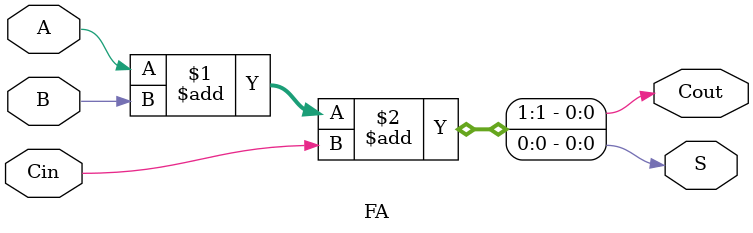
<source format=v>
`timescale 1ns / 1ps


module FA(
    input A,
    input B,
    input Cin,
    output S,
    output Cout
    );
    
    assign {Cout,S} = A+B+Cin;
    
    
endmodule

</source>
